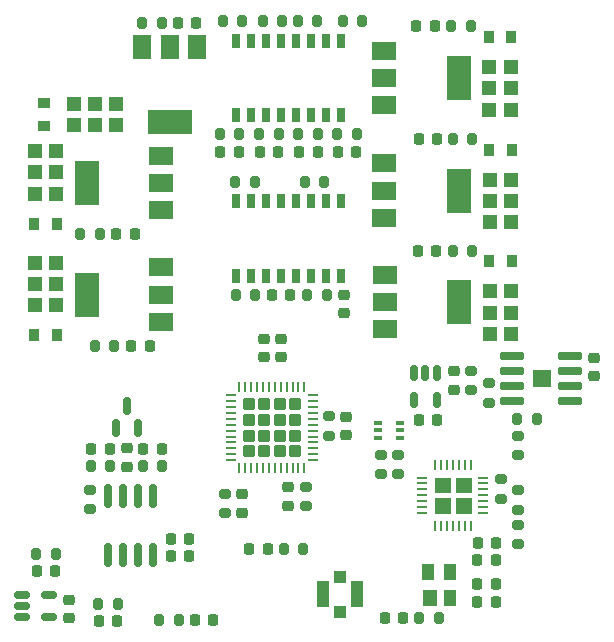
<source format=gbr>
%TF.GenerationSoftware,KiCad,Pcbnew,(6.0.1-0)*%
%TF.CreationDate,2022-08-02T20:22:24+01:00*%
%TF.ProjectId,Mainboard,4d61696e-626f-4617-9264-2e6b69636164,rev?*%
%TF.SameCoordinates,Original*%
%TF.FileFunction,Paste,Top*%
%TF.FilePolarity,Positive*%
%FSLAX46Y46*%
G04 Gerber Fmt 4.6, Leading zero omitted, Abs format (unit mm)*
G04 Created by KiCad (PCBNEW (6.0.1-0)) date 2022-08-02 20:22:24*
%MOMM*%
%LPD*%
G01*
G04 APERTURE LIST*
G04 Aperture macros list*
%AMRoundRect*
0 Rectangle with rounded corners*
0 $1 Rounding radius*
0 $2 $3 $4 $5 $6 $7 $8 $9 X,Y pos of 4 corners*
0 Add a 4 corners polygon primitive as box body*
4,1,4,$2,$3,$4,$5,$6,$7,$8,$9,$2,$3,0*
0 Add four circle primitives for the rounded corners*
1,1,$1+$1,$2,$3*
1,1,$1+$1,$4,$5*
1,1,$1+$1,$6,$7*
1,1,$1+$1,$8,$9*
0 Add four rect primitives between the rounded corners*
20,1,$1+$1,$2,$3,$4,$5,0*
20,1,$1+$1,$4,$5,$6,$7,0*
20,1,$1+$1,$6,$7,$8,$9,0*
20,1,$1+$1,$8,$9,$2,$3,0*%
G04 Aperture macros list end*
%ADD10C,0.010000*%
%ADD11RoundRect,0.200000X-0.200000X-0.275000X0.200000X-0.275000X0.200000X0.275000X-0.200000X0.275000X0*%
%ADD12RoundRect,0.218750X-0.218750X-0.256250X0.218750X-0.256250X0.218750X0.256250X-0.218750X0.256250X0*%
%ADD13RoundRect,0.225000X-0.225000X-0.250000X0.225000X-0.250000X0.225000X0.250000X-0.225000X0.250000X0*%
%ADD14RoundRect,0.225000X0.250000X-0.225000X0.250000X0.225000X-0.250000X0.225000X-0.250000X-0.225000X0*%
%ADD15R,1.000000X1.000000*%
%ADD16R,1.050000X2.200000*%
%ADD17RoundRect,0.200000X0.275000X-0.200000X0.275000X0.200000X-0.275000X0.200000X-0.275000X-0.200000X0*%
%ADD18RoundRect,0.225000X0.225000X0.250000X-0.225000X0.250000X-0.225000X-0.250000X0.225000X-0.250000X0*%
%ADD19R,1.500000X2.000000*%
%ADD20R,3.800000X2.000000*%
%ADD21RoundRect,0.218750X0.218750X0.256250X-0.218750X0.256250X-0.218750X-0.256250X0.218750X-0.256250X0*%
%ADD22RoundRect,0.200000X0.200000X0.275000X-0.200000X0.275000X-0.200000X-0.275000X0.200000X-0.275000X0*%
%ADD23RoundRect,0.218750X0.256250X-0.218750X0.256250X0.218750X-0.256250X0.218750X-0.256250X-0.218750X0*%
%ADD24R,2.000000X1.500000*%
%ADD25R,2.000000X3.800000*%
%ADD26R,0.800000X1.300000*%
%ADD27RoundRect,0.225000X-0.250000X0.225000X-0.250000X-0.225000X0.250000X-0.225000X0.250000X0.225000X0*%
%ADD28R,1.300000X1.200000*%
%ADD29R,0.950000X1.000000*%
%ADD30RoundRect,0.150000X0.150000X-0.587500X0.150000X0.587500X-0.150000X0.587500X-0.150000X-0.587500X0*%
%ADD31RoundRect,0.218750X-0.256250X0.218750X-0.256250X-0.218750X0.256250X-0.218750X0.256250X0.218750X0*%
%ADD32RoundRect,0.150000X-0.512500X-0.150000X0.512500X-0.150000X0.512500X0.150000X-0.512500X0.150000X0*%
%ADD33RoundRect,0.200000X-0.275000X0.200000X-0.275000X-0.200000X0.275000X-0.200000X0.275000X0.200000X0*%
%ADD34RoundRect,0.250000X0.285000X0.285000X-0.285000X0.285000X-0.285000X-0.285000X0.285000X-0.285000X0*%
%ADD35RoundRect,0.062500X0.337500X0.062500X-0.337500X0.062500X-0.337500X-0.062500X0.337500X-0.062500X0*%
%ADD36RoundRect,0.062500X0.062500X0.337500X-0.062500X0.337500X-0.062500X-0.337500X0.062500X-0.337500X0*%
%ADD37RoundRect,0.150000X0.150000X-0.825000X0.150000X0.825000X-0.150000X0.825000X-0.150000X-0.825000X0*%
%ADD38R,0.254000X0.900000*%
%ADD39R,0.900000X0.254000*%
%ADD40R,1.200000X1.300000*%
%ADD41R,1.000000X0.950000*%
%ADD42R,0.650000X0.400000*%
%ADD43RoundRect,0.150000X-0.150000X0.512500X-0.150000X-0.512500X0.150000X-0.512500X0.150000X0.512500X0*%
%ADD44RoundRect,0.042000X0.943000X0.258000X-0.943000X0.258000X-0.943000X-0.258000X0.943000X-0.258000X0*%
%ADD45R,1.200000X1.400000*%
%ADD46R,1.000000X1.400000*%
G04 APERTURE END LIST*
D10*
%TO.C,U6*%
X160300000Y-112600820D02*
X160300000Y-111350000D01*
X160300000Y-111350000D02*
X161549863Y-111350000D01*
X161549863Y-111350000D02*
X161549863Y-112600820D01*
X161549863Y-112600820D02*
X160300000Y-112600820D01*
G36*
X161549863Y-112600820D02*
G01*
X160300000Y-112600820D01*
X160300000Y-111350000D01*
X161549863Y-111350000D01*
X161549863Y-112600820D01*
G37*
X161549863Y-112600820D02*
X160300000Y-112600820D01*
X160300000Y-111350000D01*
X161549863Y-111350000D01*
X161549863Y-112600820D01*
X162050000Y-110849920D02*
X162050000Y-109600000D01*
X162050000Y-109600000D02*
X163300480Y-109600000D01*
X163300480Y-109600000D02*
X163300480Y-110849920D01*
X163300480Y-110849920D02*
X162050000Y-110849920D01*
G36*
X163300480Y-110849920D02*
G01*
X162050000Y-110849920D01*
X162050000Y-109600000D01*
X163300480Y-109600000D01*
X163300480Y-110849920D01*
G37*
X163300480Y-110849920D02*
X162050000Y-110849920D01*
X162050000Y-109600000D01*
X163300480Y-109600000D01*
X163300480Y-110849920D01*
X160300000Y-110849554D02*
X160300000Y-109600000D01*
X160300000Y-109600000D02*
X161549554Y-109600000D01*
X161549554Y-109600000D02*
X161549554Y-110849554D01*
X161549554Y-110849554D02*
X160300000Y-110849554D01*
G36*
X161549554Y-110849554D02*
G01*
X160300000Y-110849554D01*
X160300000Y-109600000D01*
X161549554Y-109600000D01*
X161549554Y-110849554D01*
G37*
X161549554Y-110849554D02*
X160300000Y-110849554D01*
X160300000Y-109600000D01*
X161549554Y-109600000D01*
X161549554Y-110849554D01*
X162050000Y-112602010D02*
X162050000Y-111350000D01*
X162050000Y-111350000D02*
X163302010Y-111350000D01*
X163302010Y-111350000D02*
X163302010Y-112602010D01*
X163302010Y-112602010D02*
X162050000Y-112602010D01*
G36*
X163302010Y-112602010D02*
G01*
X162050000Y-112602010D01*
X162050000Y-111350000D01*
X163302010Y-111350000D01*
X163302010Y-112602010D01*
G37*
X163302010Y-112602010D02*
X162050000Y-112602010D01*
X162050000Y-111350000D01*
X163302010Y-111350000D01*
X163302010Y-112602010D01*
%TO.C,U3*%
X169986976Y-101875000D02*
X168585000Y-101875000D01*
X168585000Y-101875000D02*
X168585000Y-100473024D01*
X168585000Y-100473024D02*
X169986976Y-100473024D01*
X169986976Y-100473024D02*
X169986976Y-101875000D01*
G36*
X169986976Y-101875000D02*
G01*
X168585000Y-101875000D01*
X168585000Y-100473024D01*
X169986976Y-100473024D01*
X169986976Y-101875000D01*
G37*
X169986976Y-101875000D02*
X168585000Y-101875000D01*
X168585000Y-100473024D01*
X169986976Y-100473024D01*
X169986976Y-101875000D01*
%TD*%
D11*
%TO.C,R522*%
X145425000Y-80550000D03*
X147075000Y-80550000D03*
%TD*%
%TO.C,R8*%
X126541863Y-116063272D03*
X128191863Y-116063272D03*
%TD*%
D12*
%TO.C,Firing1*%
X134562500Y-98450000D03*
X136137500Y-98450000D03*
%TD*%
D13*
%TO.C,C24*%
X137912779Y-116267067D03*
X139462779Y-116267067D03*
%TD*%
D11*
%TO.C,R6*%
X167275058Y-104667284D03*
X168925058Y-104667284D03*
%TD*%
D12*
%TO.C,D523*%
X145462500Y-82050000D03*
X147037500Y-82050000D03*
%TD*%
%TO.C,D543*%
X152062500Y-82050000D03*
X153637500Y-82050000D03*
%TD*%
D13*
%TO.C,C23*%
X137912779Y-114804349D03*
X139462779Y-114804349D03*
%TD*%
D14*
%TO.C,C7*%
X145820000Y-99425000D03*
X145820000Y-97875000D03*
%TD*%
D15*
%TO.C,J11*%
X152250000Y-118000000D03*
D16*
X150775000Y-119500000D03*
X153725000Y-119500000D03*
D15*
X152250000Y-121000000D03*
%TD*%
D17*
%TO.C,R4*%
X167350000Y-107725000D03*
X167350000Y-106075000D03*
%TD*%
D18*
%TO.C,C28*%
X132734569Y-107150000D03*
X131184569Y-107150000D03*
%TD*%
D19*
%TO.C,Q53*%
X140118366Y-73165295D03*
X137818366Y-73165295D03*
X135518366Y-73165295D03*
D20*
X137818366Y-79465295D03*
%TD*%
D21*
%TO.C,Firing4*%
X160287500Y-71350000D03*
X158712500Y-71350000D03*
%TD*%
D22*
%TO.C,R523*%
X147364056Y-70941967D03*
X145714056Y-70941967D03*
%TD*%
%TO.C,R531*%
X137175000Y-71100000D03*
X135525000Y-71100000D03*
%TD*%
D11*
%TO.C,R553*%
X148670255Y-70935783D03*
X150320255Y-70935783D03*
%TD*%
D23*
%TO.C,D563*%
X152550000Y-95697500D03*
X152550000Y-94122500D03*
%TD*%
D11*
%TO.C,R543*%
X152475000Y-70970000D03*
X154125000Y-70970000D03*
%TD*%
D21*
%TO.C,Firing5*%
X160487500Y-80950000D03*
X158912500Y-80950000D03*
%TD*%
D22*
%TO.C,R563*%
X150895000Y-84570000D03*
X149245000Y-84570000D03*
%TD*%
D12*
%TO.C,Firing3*%
X138521506Y-71099898D03*
X140096506Y-71099898D03*
%TD*%
D21*
%TO.C,D513*%
X148037500Y-94160000D03*
X146462500Y-94160000D03*
%TD*%
D13*
%TO.C,C3*%
X139966949Y-121627127D03*
X141516949Y-121627127D03*
%TD*%
D24*
%TO.C,Q54*%
X155997263Y-73462919D03*
X155997263Y-75762919D03*
X155997263Y-78062919D03*
D25*
X162297263Y-75762919D03*
%TD*%
D22*
%TO.C,R7*%
X160602478Y-121499826D03*
X158952478Y-121499826D03*
%TD*%
D26*
%TO.C,U1*%
X152310000Y-72600000D03*
X151030000Y-72600000D03*
X149770000Y-72600000D03*
X148500000Y-72600000D03*
X147220000Y-72600000D03*
X145950000Y-72600000D03*
X144690000Y-72600000D03*
X143410000Y-72600000D03*
X143410000Y-78900000D03*
X144690000Y-78900000D03*
X145950000Y-78900000D03*
X147220000Y-78900000D03*
X148500000Y-78900000D03*
X149770000Y-78900000D03*
X151030000Y-78900000D03*
X152310000Y-78900000D03*
%TD*%
D27*
%TO.C,C4*%
X129295916Y-119946021D03*
X129295916Y-121496021D03*
%TD*%
D14*
%TO.C,C17*%
X161918620Y-102151736D03*
X161918620Y-100601736D03*
%TD*%
%TO.C,C27*%
X134175000Y-108675000D03*
X134175000Y-107125000D03*
%TD*%
D27*
%TO.C,C6*%
X173725000Y-99450000D03*
X173725000Y-101000000D03*
%TD*%
D28*
%TO.C,D562*%
X164924899Y-93849999D03*
X166724899Y-95649999D03*
X166724899Y-97449999D03*
X164924899Y-95649999D03*
X164924899Y-97449999D03*
X166724899Y-93849999D03*
D29*
X164854899Y-91299999D03*
X166794899Y-91299999D03*
%TD*%
D30*
%TO.C,D7*%
X133275000Y-105437500D03*
X135175000Y-105437500D03*
X134225000Y-103562500D03*
%TD*%
D31*
%TO.C,D1*%
X147875000Y-110437500D03*
X147875000Y-112012500D03*
%TD*%
D32*
%TO.C,U2*%
X125362500Y-119550000D03*
X125362500Y-120500000D03*
X125362500Y-121450000D03*
X127637500Y-121450000D03*
X127637500Y-119550000D03*
%TD*%
D24*
%TO.C,Q55*%
X156013921Y-83000765D03*
X156013921Y-85300765D03*
X156013921Y-87600765D03*
D25*
X162313921Y-85300765D03*
%TD*%
D22*
%TO.C,R511*%
X133125000Y-98450000D03*
X131475000Y-98450000D03*
%TD*%
D17*
%TO.C,R14*%
X151300000Y-106075000D03*
X151300000Y-104425000D03*
%TD*%
D33*
%TO.C,R11*%
X157169600Y-107659300D03*
X157169600Y-109309300D03*
%TD*%
D18*
%TO.C,C20*%
X165419600Y-120158700D03*
X163869600Y-120158700D03*
%TD*%
%TO.C,C25*%
X165419600Y-118609300D03*
X163869600Y-118609300D03*
%TD*%
D11*
%TO.C,R562*%
X149475000Y-94160000D03*
X151125000Y-94160000D03*
%TD*%
D34*
%TO.C,GND1*%
X145821800Y-106044600D03*
X148461800Y-106044600D03*
X147141800Y-106044600D03*
X145821800Y-107364600D03*
X147141800Y-107364600D03*
X148461800Y-104724600D03*
X144501800Y-104724600D03*
X144501800Y-103404600D03*
X147141800Y-103404600D03*
X148461800Y-103404600D03*
X144501800Y-107364600D03*
X144501800Y-106044600D03*
X147141800Y-104724600D03*
X148461800Y-107364600D03*
X145821800Y-104724600D03*
X145821800Y-103404600D03*
D35*
X149931800Y-108134600D03*
X149931800Y-107634600D03*
X149931800Y-107134600D03*
X149931800Y-106634600D03*
X149931800Y-106134600D03*
X149931800Y-105634600D03*
X149931800Y-105134600D03*
X149931800Y-104634600D03*
X149931800Y-104134600D03*
X149931800Y-103634600D03*
X149931800Y-103134600D03*
X149931800Y-102634600D03*
D36*
X149231800Y-101934600D03*
X148731800Y-101934600D03*
X148231800Y-101934600D03*
X147731800Y-101934600D03*
X147231800Y-101934600D03*
X146731800Y-101934600D03*
X146231800Y-101934600D03*
X145731800Y-101934600D03*
X145231800Y-101934600D03*
X144731800Y-101934600D03*
X144231800Y-101934600D03*
X143731800Y-101934600D03*
D35*
X143031800Y-102634600D03*
X143031800Y-103134600D03*
X143031800Y-103634600D03*
X143031800Y-104134600D03*
X143031800Y-104634600D03*
X143031800Y-105134600D03*
X143031800Y-105634600D03*
X143031800Y-106134600D03*
X143031800Y-106634600D03*
X143031800Y-107134600D03*
X143031800Y-107634600D03*
X143031800Y-108134600D03*
D36*
X143731800Y-108834600D03*
X144231800Y-108834600D03*
X144731800Y-108834600D03*
X145231800Y-108834600D03*
X145731800Y-108834600D03*
X146231800Y-108834600D03*
X146731800Y-108834600D03*
X147231800Y-108834600D03*
X147731800Y-108834600D03*
X148231800Y-108834600D03*
X148731800Y-108834600D03*
X149231800Y-108834600D03*
%TD*%
D37*
%TO.C,U5*%
X132600696Y-116150000D03*
X133870696Y-116150000D03*
X135140696Y-116150000D03*
X136410696Y-116150000D03*
X136410696Y-111200000D03*
X135140696Y-111200000D03*
X133870696Y-111200000D03*
X132600696Y-111200000D03*
%TD*%
D28*
%TO.C,D522*%
X126438100Y-85575000D03*
X126438100Y-83775000D03*
X128238100Y-81975000D03*
X128238100Y-83775000D03*
X128238100Y-85575000D03*
X126438100Y-81975000D03*
D29*
X128308100Y-88125000D03*
X126368100Y-88125000D03*
%TD*%
D38*
%TO.C,U6*%
X160300000Y-113690000D03*
X160800000Y-113690000D03*
X161300000Y-113690000D03*
X161800000Y-113690000D03*
X162300000Y-113690000D03*
X162800000Y-113690000D03*
X163300000Y-113690000D03*
D39*
X164390000Y-112600000D03*
X164390000Y-112100000D03*
X164390000Y-111600000D03*
X164390000Y-111100000D03*
X164390000Y-110600000D03*
X164390000Y-110100000D03*
X164390000Y-109600000D03*
D38*
X163300000Y-108510000D03*
X162800000Y-108510000D03*
X162300000Y-108510000D03*
X161800000Y-108510000D03*
X161300000Y-108510000D03*
X160800000Y-108510000D03*
X160300000Y-108510000D03*
D39*
X159210000Y-109600000D03*
X159210000Y-110100000D03*
X159210000Y-110600000D03*
X159210000Y-111100000D03*
X159210000Y-111600000D03*
X159210000Y-112100000D03*
X159210000Y-112600000D03*
%TD*%
D33*
%TO.C,R5*%
X155694600Y-107659300D03*
X155694600Y-109309300D03*
%TD*%
D12*
%TO.C,D553*%
X148812500Y-82050000D03*
X150387500Y-82050000D03*
%TD*%
D22*
%TO.C,R521*%
X131925000Y-89000000D03*
X130275000Y-89000000D03*
%TD*%
D13*
%TO.C,C29*%
X135609189Y-107149061D03*
X137159189Y-107149061D03*
%TD*%
D24*
%TO.C,Q51*%
X137133342Y-96412154D03*
X137133342Y-94112154D03*
X137133342Y-91812154D03*
D25*
X130833342Y-94112154D03*
%TD*%
D27*
%TO.C,C2*%
X152757010Y-104475000D03*
X152757010Y-106025000D03*
%TD*%
D12*
%TO.C,D533*%
X142112500Y-82050000D03*
X143687500Y-82050000D03*
%TD*%
D33*
%TO.C,R23*%
X165844600Y-109759300D03*
X165844600Y-111409300D03*
%TD*%
D11*
%TO.C,R533*%
X142305000Y-70960000D03*
X143955000Y-70960000D03*
%TD*%
%TO.C,R561*%
X161775000Y-90400000D03*
X163425000Y-90400000D03*
%TD*%
D24*
%TO.C,Q52*%
X137133342Y-86962052D03*
X137133342Y-84662052D03*
X137133342Y-82362052D03*
D25*
X130833342Y-84662052D03*
%TD*%
D12*
%TO.C,D5*%
X126577579Y-117515079D03*
X128152579Y-117515079D03*
%TD*%
D18*
%TO.C,C1*%
X146125000Y-115675000D03*
X144575000Y-115675000D03*
%TD*%
D40*
%TO.C,D532*%
X131500000Y-77954106D03*
X133300000Y-77954106D03*
X131500000Y-79754106D03*
X133300000Y-79754106D03*
X129700000Y-77954106D03*
X129700000Y-79754106D03*
D41*
X127150000Y-79824106D03*
X127150000Y-77884106D03*
%TD*%
D11*
%TO.C,R21*%
X135556848Y-108604971D03*
X137206848Y-108604971D03*
%TD*%
D21*
%TO.C,Firing6*%
X158812500Y-90400000D03*
X160387500Y-90400000D03*
%TD*%
D42*
%TO.C,Q1*%
X157369600Y-106259300D03*
X157369600Y-105609300D03*
X157369600Y-104959300D03*
X155469600Y-104959300D03*
X155469600Y-105609300D03*
X155469600Y-106259300D03*
%TD*%
D12*
%TO.C,Firing2*%
X133312500Y-89000000D03*
X134887500Y-89000000D03*
%TD*%
D18*
%TO.C,C26*%
X165439642Y-116622142D03*
X163889642Y-116622142D03*
%TD*%
D11*
%TO.C,R513*%
X143365000Y-84560000D03*
X145015000Y-84560000D03*
%TD*%
%TO.C,R541*%
X163325000Y-71350000D03*
X161675000Y-71350000D03*
%TD*%
D18*
%TO.C,C22*%
X165444600Y-115159300D03*
X163894600Y-115159300D03*
%TD*%
D11*
%TO.C,R16*%
X136956949Y-121627127D03*
X138606949Y-121627127D03*
%TD*%
D33*
%TO.C,R10*%
X163375000Y-100550000D03*
X163375000Y-102200000D03*
%TD*%
D12*
%TO.C,D6*%
X156022500Y-121500000D03*
X157597500Y-121500000D03*
%TD*%
D11*
%TO.C,R552*%
X148725000Y-80550000D03*
X150375000Y-80550000D03*
%TD*%
D26*
%TO.C,UF2*%
X152320000Y-86220000D03*
X151040000Y-86220000D03*
X149780000Y-86220000D03*
X148510000Y-86220000D03*
X147230000Y-86220000D03*
X145960000Y-86220000D03*
X144700000Y-86220000D03*
X143420000Y-86220000D03*
X143420000Y-92520000D03*
X144700000Y-92520000D03*
X145960000Y-92520000D03*
X147230000Y-92520000D03*
X148510000Y-92520000D03*
X149780000Y-92520000D03*
X151040000Y-92520000D03*
X152320000Y-92520000D03*
%TD*%
D33*
%TO.C,R22*%
X167319600Y-110659300D03*
X167319600Y-112309300D03*
%TD*%
D28*
%TO.C,D542*%
X166692505Y-78449971D03*
X164892505Y-78449971D03*
X166692505Y-74849971D03*
X166692505Y-76649971D03*
X164892505Y-76649971D03*
X164892505Y-74849971D03*
D29*
X164822505Y-72299971D03*
X166762505Y-72299971D03*
%TD*%
D12*
%TO.C,D3*%
X131815344Y-121756285D03*
X133390344Y-121756285D03*
%TD*%
D11*
%TO.C,R532*%
X142075000Y-80550000D03*
X143725000Y-80550000D03*
%TD*%
%TO.C,R512*%
X143415000Y-94150000D03*
X145065000Y-94150000D03*
%TD*%
D28*
%TO.C,D512*%
X126438100Y-93225102D03*
X128238100Y-95025102D03*
X126438100Y-91425102D03*
X128238100Y-91425102D03*
X126438100Y-95025102D03*
X128238100Y-93225102D03*
D29*
X128308100Y-97575102D03*
X126368100Y-97575102D03*
%TD*%
D33*
%TO.C,R12*%
X164841618Y-101627616D03*
X164841618Y-103277616D03*
%TD*%
D11*
%TO.C,R551*%
X161800000Y-80950000D03*
X163450000Y-80950000D03*
%TD*%
D33*
%TO.C,R2*%
X142525200Y-110974500D03*
X142525200Y-112624500D03*
%TD*%
D43*
%TO.C,U4*%
X160433705Y-100792863D03*
X159483705Y-100792863D03*
X158533705Y-100792863D03*
X158533705Y-103067863D03*
X160433705Y-103067863D03*
%TD*%
D33*
%TO.C,R18*%
X131080696Y-110625000D03*
X131080696Y-112275000D03*
%TD*%
D11*
%TO.C,R542*%
X152025000Y-80550000D03*
X153675000Y-80550000D03*
%TD*%
D18*
%TO.C,C19*%
X160478858Y-104709700D03*
X158928858Y-104709700D03*
%TD*%
D33*
%TO.C,R1*%
X149331989Y-110401242D03*
X149331989Y-112051242D03*
%TD*%
D28*
%TO.C,D552*%
X164909163Y-87987817D03*
X166709163Y-87987817D03*
X164909163Y-84387817D03*
X166709163Y-86187817D03*
X164909163Y-86187817D03*
X166709163Y-84387817D03*
D29*
X164839163Y-81837817D03*
X166779163Y-81837817D03*
%TD*%
D22*
%TO.C,R13*%
X149125000Y-115675000D03*
X147475000Y-115675000D03*
%TD*%
D31*
%TO.C,D2*%
X143985347Y-111012089D03*
X143985347Y-112587089D03*
%TD*%
D11*
%TO.C,R20*%
X131135252Y-108607270D03*
X132785252Y-108607270D03*
%TD*%
D17*
%TO.C,R19*%
X167319600Y-115259300D03*
X167319600Y-113609300D03*
%TD*%
D24*
%TO.C,Q56*%
X156029657Y-92462947D03*
X156029657Y-94762947D03*
X156029657Y-97062947D03*
D25*
X162329657Y-94762947D03*
%TD*%
D44*
%TO.C,U3*%
X171755000Y-103080000D03*
X171755000Y-101810000D03*
X171755000Y-100540000D03*
X171755000Y-99270000D03*
X166815000Y-99270000D03*
X166815000Y-100540000D03*
X166815000Y-101810000D03*
X166815000Y-103080000D03*
%TD*%
D14*
%TO.C,C5*%
X147280269Y-99425000D03*
X147280269Y-97875000D03*
%TD*%
D22*
%TO.C,R3*%
X133425000Y-120300000D03*
X131775000Y-120300000D03*
%TD*%
D45*
%TO.C,D4*%
X159840000Y-119820000D03*
D46*
X161560000Y-119820000D03*
X161560000Y-117620000D03*
X159660000Y-117620000D03*
%TD*%
M02*

</source>
